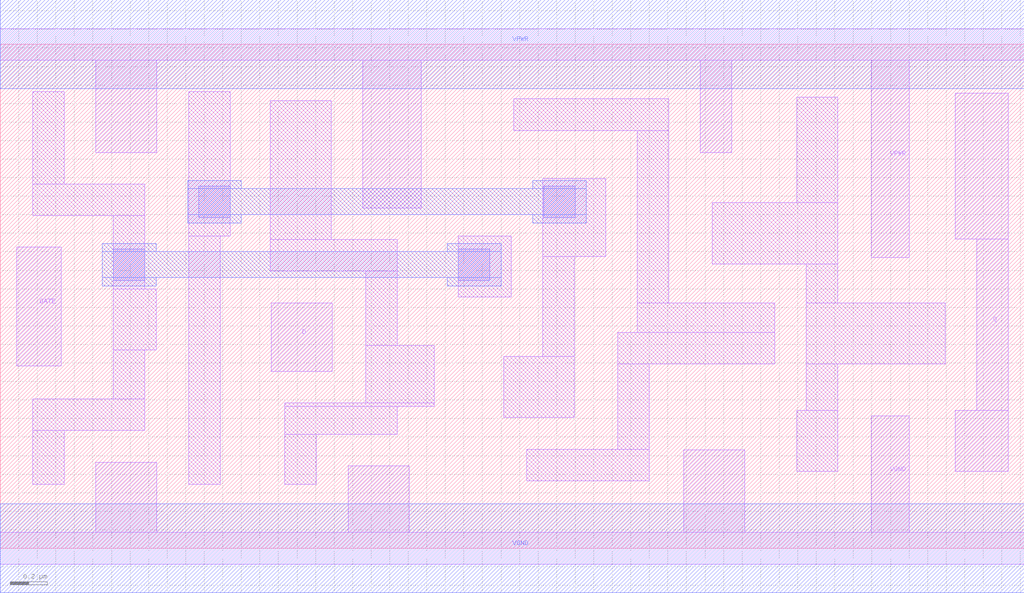
<source format=lef>
# Copyright 2020 The SkyWater PDK Authors
#
# Licensed under the Apache License, Version 2.0 (the "License");
# you may not use this file except in compliance with the License.
# You may obtain a copy of the License at
#
#     https://www.apache.org/licenses/LICENSE-2.0
#
# Unless required by applicable law or agreed to in writing, software
# distributed under the License is distributed on an "AS IS" BASIS,
# WITHOUT WARRANTIES OR CONDITIONS OF ANY KIND, either express or implied.
# See the License for the specific language governing permissions and
# limitations under the License.
#
# SPDX-License-Identifier: Apache-2.0

VERSION 5.5 ;
NAMESCASESENSITIVE ON ;
BUSBITCHARS "[]" ;
DIVIDERCHAR "/" ;
MACRO sky130_fd_sc_hd__dlxtp_1
  CLASS CORE ;
  SOURCE USER ;
  ORIGIN  0.000000  0.000000 ;
  SIZE  5.520000 BY  2.720000 ;
  SYMMETRY X Y R90 ;
  SITE unithd ;
  PIN D
    ANTENNAGATEAREA  0.159000 ;
    DIRECTION INPUT ;
    USE SIGNAL ;
    PORT
      LAYER li1 ;
        RECT 1.460000 0.955000 1.790000 1.325000 ;
    END
  END D
  PIN Q
    ANTENNADIFFAREA  0.470250 ;
    DIRECTION OUTPUT ;
    USE SIGNAL ;
    PORT
      LAYER li1 ;
        RECT 5.150000 0.415000 5.435000 0.745000 ;
        RECT 5.150000 1.670000 5.435000 2.455000 ;
        RECT 5.265000 0.745000 5.435000 1.670000 ;
    END
  END Q
  PIN GATE
    ANTENNAGATEAREA  0.159000 ;
    DIRECTION INPUT ;
    USE CLOCK ;
    PORT
      LAYER li1 ;
        RECT 0.090000 0.985000 0.330000 1.625000 ;
    END
  END GATE
  PIN VGND
    DIRECTION INOUT ;
    SHAPE ABUTMENT ;
    USE GROUND ;
    PORT
      LAYER li1 ;
        RECT 0.000000 -0.085000 5.520000 0.085000 ;
        RECT 0.515000  0.085000 0.845000 0.465000 ;
        RECT 1.875000  0.085000 2.205000 0.445000 ;
        RECT 3.685000  0.085000 4.015000 0.530000 ;
        RECT 4.695000  0.085000 4.900000 0.715000 ;
    END
    PORT
      LAYER met1 ;
        RECT 0.000000 -0.240000 5.520000 0.240000 ;
    END
  END VGND
  PIN VPWR
    DIRECTION INOUT ;
    SHAPE ABUTMENT ;
    USE POWER ;
    PORT
      LAYER li1 ;
        RECT 0.000000 2.635000 5.520000 2.805000 ;
        RECT 0.515000 2.135000 0.845000 2.635000 ;
        RECT 1.955000 1.835000 2.270000 2.635000 ;
        RECT 3.775000 2.135000 3.945000 2.635000 ;
        RECT 4.695000 1.570000 4.900000 2.635000 ;
    END
    PORT
      LAYER met1 ;
        RECT 0.000000 2.480000 5.520000 2.960000 ;
    END
  END VPWR
  OBS
    LAYER li1 ;
      RECT 0.175000 0.345000 0.345000 0.635000 ;
      RECT 0.175000 0.635000 0.780000 0.805000 ;
      RECT 0.175000 1.795000 0.780000 1.965000 ;
      RECT 0.175000 1.965000 0.345000 2.465000 ;
      RECT 0.610000 0.805000 0.780000 1.070000 ;
      RECT 0.610000 1.070000 0.840000 1.400000 ;
      RECT 0.610000 1.400000 0.780000 1.795000 ;
      RECT 1.015000 0.345000 1.185000 1.685000 ;
      RECT 1.015000 1.685000 1.240000 2.465000 ;
      RECT 1.455000 1.495000 2.140000 1.665000 ;
      RECT 1.455000 1.665000 1.785000 2.415000 ;
      RECT 1.535000 0.345000 1.705000 0.615000 ;
      RECT 1.535000 0.615000 2.140000 0.765000 ;
      RECT 1.535000 0.765000 2.340000 0.785000 ;
      RECT 1.970000 0.785000 2.340000 1.095000 ;
      RECT 1.970000 1.095000 2.140000 1.495000 ;
      RECT 2.470000 1.355000 2.755000 1.685000 ;
      RECT 2.715000 0.705000 3.095000 1.035000 ;
      RECT 2.770000 2.255000 3.605000 2.425000 ;
      RECT 2.840000 0.365000 3.500000 0.535000 ;
      RECT 2.925000 1.035000 3.095000 1.575000 ;
      RECT 2.925000 1.575000 3.265000 1.995000 ;
      RECT 3.330000 0.535000 3.500000 0.995000 ;
      RECT 3.330000 0.995000 4.175000 1.165000 ;
      RECT 3.435000 1.165000 4.175000 1.325000 ;
      RECT 3.435000 1.325000 3.605000 2.255000 ;
      RECT 3.840000 1.535000 4.515000 1.865000 ;
      RECT 4.295000 0.415000 4.515000 0.745000 ;
      RECT 4.295000 1.865000 4.515000 2.435000 ;
      RECT 4.345000 0.745000 4.515000 0.995000 ;
      RECT 4.345000 0.995000 5.095000 1.325000 ;
      RECT 4.345000 1.325000 4.515000 1.535000 ;
    LAYER mcon ;
      RECT 0.610000 1.445000 0.780000 1.615000 ;
      RECT 1.070000 1.785000 1.240000 1.955000 ;
      RECT 2.470000 1.445000 2.640000 1.615000 ;
      RECT 2.930000 1.785000 3.100000 1.955000 ;
    LAYER met1 ;
      RECT 0.550000 1.415000 0.840000 1.460000 ;
      RECT 0.550000 1.460000 2.700000 1.600000 ;
      RECT 0.550000 1.600000 0.840000 1.645000 ;
      RECT 1.010000 1.755000 1.300000 1.800000 ;
      RECT 1.010000 1.800000 3.160000 1.940000 ;
      RECT 1.010000 1.940000 1.300000 1.985000 ;
      RECT 2.410000 1.415000 2.700000 1.460000 ;
      RECT 2.410000 1.600000 2.700000 1.645000 ;
      RECT 2.870000 1.755000 3.160000 1.800000 ;
      RECT 2.870000 1.940000 3.160000 1.985000 ;
  END
END sky130_fd_sc_hd__dlxtp_1

</source>
